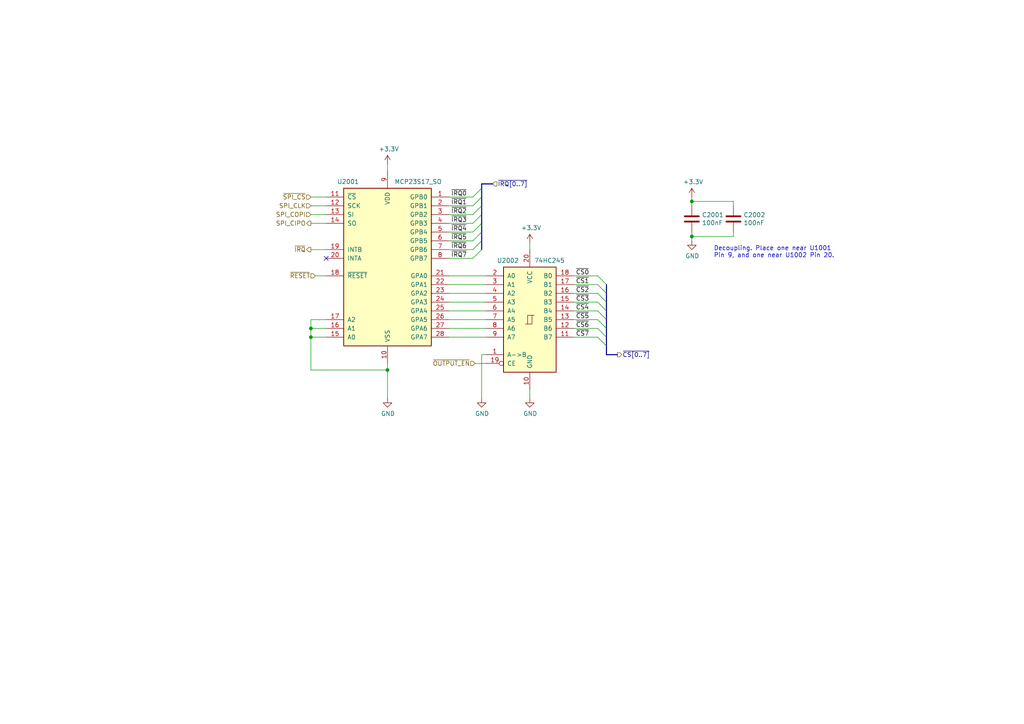
<source format=kicad_sch>
(kicad_sch (version 20211123) (generator eeschema)
  (paper "A4")
  (title_block (date "2021-06-10") (rev "[Uncontrolled]") (comment 2 "Copyright (c) The Neotron Developers, 2021"))
  (lib_symbols
    (symbol "74xx:74HC245" (pin_names (offset 1.016))
      (property "Reference" "U" (at -7.62 16.51 0))
      (property "Value" "74HC245" (at -7.62 -16.51 0))
      (symbol "74HC245_1_0"
        (polyline (pts (xy -0.635 -1.27) (xy -0.635 1.27) (xy 0.635 1.27)))
        (polyline (pts (xy -1.27 -1.27) (xy 0.635 -1.27) (xy 0.635 1.27) (xy 1.27 1.27)))
        (pin input line (at -12.7 -10.16 0) (length 5.08) (name "A->B") (number "1"))
        (pin power_in line (at 0 -20.32 90) (length 5.08) (name "GND") (number "10"))
        (pin tri_state line (at 12.7 -5.08 180) (length 5.08) (name "B7") (number "11"))
        (pin tri_state line (at 12.7 -2.54 180) (length 5.08) (name "B6") (number "12"))
        (pin tri_state line (at 12.7 0 180) (length 5.08) (name "B5") (number "13"))
        (pin tri_state line (at 12.7 2.54 180) (length 5.08) (name "B4") (number "14"))
        (pin tri_state line (at 12.7 5.08 180) (length 5.08) (name "B3") (number "15"))
        (pin tri_state line (at 12.7 7.62 180) (length 5.08) (name "B2") (number "16"))
        (pin tri_state line (at 12.7 10.16 180) (length 5.08) (name "B1") (number "17"))
        (pin tri_state line (at 12.7 12.7 180) (length 5.08) (name "B0") (number "18"))
        (pin input inverted (at -12.7 -12.7 0) (length 5.08) (name "CE") (number "19"))
        (pin tri_state line (at -12.7 12.7 0) (length 5.08) (name "A0") (number "2"))
        (pin power_in line (at 0 20.32 270) (length 5.08) (name "VCC") (number "20"))
        (pin tri_state line (at -12.7 10.16 0) (length 5.08) (name "A1") (number "3"))
        (pin tri_state line (at -12.7 7.62 0) (length 5.08) (name "A2") (number "4"))
        (pin tri_state line (at -12.7 5.08 0) (length 5.08) (name "A3") (number "5"))
        (pin tri_state line (at -12.7 2.54 0) (length 5.08) (name "A4") (number "6"))
        (pin tri_state line (at -12.7 0 0) (length 5.08) (name "A5") (number "7"))
        (pin tri_state line (at -12.7 -2.54 0) (length 5.08) (name "A6") (number "8"))
        (pin tri_state line (at -12.7 -5.08 0) (length 5.08) (name "A7") (number "9"))
      )
      (symbol "74HC245_1_1"
        (rectangle (start -7.62 15.24) (end 7.62 -15.24) (stroke (width 0.254)) (fill (type background)))
      )
    )
    (symbol "Device:C" (pin_numbers hide) (pin_names (offset 0.254))
      (property "Reference" "C" (at 0.635 2.54 0))
      (property "Value" "C" (at 0.635 -2.54 0))
      (symbol "C_0_1"
        (polyline (pts (xy -2.032 -0.762) (xy 2.032 -0.762)) (stroke (width 0.508)))
        (polyline (pts (xy -2.032 0.762) (xy 2.032 0.762)) (stroke (width 0.508)))
      )
      (symbol "C_1_1"
        (pin passive line (at 0 3.81 270) (length 2.794) (name "~") (number "1"))
        (pin passive line (at 0 -3.81 90) (length 2.794) (name "~") (number "2"))
      )
    )
    (symbol "Neotron-Common-Hardware:MCP23S17_SO" (pin_names (offset 1.016))
      (property "Reference" "U" (at -11.43 24.13 0))
      (property "Value" "MCP23S17_SO" (at 0 0 0))
      (symbol "MCP23S17_SO_0_1"
        (rectangle (start -12.7 22.86) (end 12.7 -22.86) (stroke (width 0.254)) (fill (type background)))
      )
      (symbol "MCP23S17_SO_1_1"
        (pin bidirectional line (at 17.78 20.32 180) (length 5.08) (name "GPB0") (number "1"))
        (pin power_in line (at 0 -27.94 90) (length 5.08) (name "VSS") (number "10"))
        (pin input line (at -17.78 20.32 0) (length 5.08) (name "~{CS}") (number "11"))
        (pin input line (at -17.78 17.78 0) (length 5.08) (name "SCK") (number "12"))
        (pin input line (at -17.78 15.24 0) (length 5.08) (name "SI") (number "13"))
        (pin tri_state line (at -17.78 12.7 0) (length 5.08) (name "SO") (number "14"))
        (pin input line (at -17.78 -20.32 0) (length 5.08) (name "A0") (number "15"))
        (pin input line (at -17.78 -17.78 0) (length 5.08) (name "A1") (number "16"))
        (pin input line (at -17.78 -15.24 0) (length 5.08) (name "A2") (number "17"))
        (pin input line (at -17.78 -2.54 0) (length 5.08) (name "~{RESET}") (number "18"))
        (pin tri_state line (at -17.78 5.08 0) (length 5.08) (name "INTB") (number "19"))
        (pin bidirectional line (at 17.78 17.78 180) (length 5.08) (name "GPB1") (number "2"))
        (pin tri_state line (at -17.78 2.54 0) (length 5.08) (name "INTA") (number "20"))
        (pin bidirectional line (at 17.78 -2.54 180) (length 5.08) (name "GPA0") (number "21"))
        (pin bidirectional line (at 17.78 -5.08 180) (length 5.08) (name "GPA1") (number "22"))
        (pin bidirectional line (at 17.78 -7.62 180) (length 5.08) (name "GPA2") (number "23"))
        (pin bidirectional line (at 17.78 -10.16 180) (length 5.08) (name "GPA3") (number "24"))
        (pin bidirectional line (at 17.78 -12.7 180) (length 5.08) (name "GPA4") (number "25"))
        (pin bidirectional line (at 17.78 -15.24 180) (length 5.08) (name "GPA5") (number "26"))
        (pin bidirectional line (at 17.78 -17.78 180) (length 5.08) (name "GPA6") (number "27"))
        (pin bidirectional line (at 17.78 -20.32 180) (length 5.08) (name "GPA7") (number "28"))
        (pin bidirectional line (at 17.78 15.24 180) (length 5.08) (name "GPB2") (number "3"))
        (pin bidirectional line (at 17.78 12.7 180) (length 5.08) (name "GPB3") (number "4"))
        (pin bidirectional line (at 17.78 10.16 180) (length 5.08) (name "GPB4") (number "5"))
        (pin bidirectional line (at 17.78 7.62 180) (length 5.08) (name "GPB5") (number "6"))
        (pin bidirectional line (at 17.78 5.08 180) (length 5.08) (name "GPB6") (number "7"))
        (pin bidirectional line (at 17.78 2.54 180) (length 5.08) (name "GPB7") (number "8"))
        (pin power_in line (at 0 27.94 270) (length 5.08) (name "VDD") (number "9"))
      )
    )
    (symbol "power:+3.3V" (power) (pin_names (offset 0))
      (property "Value" "+3.3V" (at 0 3.556 0))
      (symbol "+3.3V_0_1"
        (polyline (pts (xy -0.762 1.27) (xy 0 2.54)))
        (polyline (pts (xy 0 0) (xy 0 2.54)))
        (polyline (pts (xy 0 2.54) (xy 0.762 1.27)))
      )
      (symbol "+3.3V_1_1"
        (pin power_in line (at 0 0 90) (length 0) hide (name "+3.3V") (number "1"))
      )
    )
    (symbol "power:GND" (power) (pin_names (offset 0))
      (property "Value" "GND" (at 0 -3.81 0))
      (symbol "GND_0_1"
        (polyline (pts (xy 0 0) (xy 0 -1.27) (xy 1.27 -1.27) (xy 0 -2.54) (xy -1.27 -1.27) (xy 0 -1.27)))
      )
      (symbol "GND_1_1"
        (pin power_in line (at 0 0 270) (length 0) hide (name "GND") (number "1"))
      )
    )
  )
  (junction (at 200.66 68.58))
  (junction (at 90.17 97.79))
  (junction (at 90.17 95.25))
  (junction (at 112.395 107.315))
  (junction (at 200.66 58.42))
  (no_connect (at 94.615 74.93))
  (bus_entry (at 173.355 97.79) (size 2.54 2.54))
  (bus_entry (at 173.355 80.01) (size 2.54 2.54))
  (bus_entry (at 173.355 90.17) (size 2.54 2.54))
  (bus_entry (at 139.7 54.61) (size -2.54 2.54))
  (bus_entry (at 139.7 67.31) (size -2.54 2.54))
  (bus_entry (at 173.355 85.09) (size 2.54 2.54))
  (bus_entry (at 173.355 95.25) (size 2.54 2.54))
  (bus_entry (at 173.355 82.55) (size 2.54 2.54))
  (bus_entry (at 139.7 72.39) (size -2.54 2.54))
  (bus_entry (at 139.7 62.23) (size -2.54 2.54))
  (bus_entry (at 173.355 87.63) (size 2.54 2.54))
  (bus_entry (at 139.7 64.77) (size -2.54 2.54))
  (bus_entry (at 139.7 69.85) (size -2.54 2.54))
  (bus_entry (at 139.7 57.15) (size -2.54 2.54))
  (bus_entry (at 173.355 92.71) (size 2.54 2.54))
  (bus_entry (at 139.7 59.69) (size -2.54 2.54))
  (wire (pts (xy 166.37 85.09) (xy 173.355 85.09)))
  (wire (pts (xy 130.175 87.63) (xy 140.97 87.63)))
  (bus (pts (xy 175.895 92.71) (xy 175.895 95.25)))
  (bus (pts (xy 139.7 59.69) (xy 139.7 62.23)))
  (wire (pts (xy 130.175 95.25) (xy 140.97 95.25)))
  (wire (pts (xy 94.615 95.25) (xy 90.17 95.25)))
  (wire (pts (xy 90.17 57.15) (xy 94.615 57.15)))
  (wire (pts (xy 200.66 67.31) (xy 200.66 68.58)))
  (wire (pts (xy 112.395 107.315) (xy 112.395 115.57)))
  (wire (pts (xy 112.395 47.625) (xy 112.395 49.53)))
  (wire (pts (xy 130.175 59.69) (xy 137.16 59.69)))
  (wire (pts (xy 166.37 80.01) (xy 173.355 80.01)))
  (bus (pts (xy 175.895 95.25) (xy 175.895 97.79)))
  (wire (pts (xy 90.17 62.23) (xy 94.615 62.23)))
  (wire (pts (xy 130.175 92.71) (xy 140.97 92.71)))
  (bus (pts (xy 175.895 97.79) (xy 175.895 100.33)))
  (wire (pts (xy 166.37 82.55) (xy 173.355 82.55)))
  (bus (pts (xy 139.7 54.61) (xy 139.7 57.15)))
  (bus (pts (xy 175.895 102.87) (xy 179.07 102.87)))
  (wire (pts (xy 90.17 92.71) (xy 90.17 95.25)))
  (bus (pts (xy 175.895 100.33) (xy 175.895 102.87)))
  (bus (pts (xy 139.7 53.34) (xy 139.7 54.61)))
  (wire (pts (xy 200.66 68.58) (xy 200.66 69.85)))
  (wire (pts (xy 90.17 95.25) (xy 90.17 97.79)))
  (wire (pts (xy 130.175 67.31) (xy 137.16 67.31)))
  (wire (pts (xy 153.67 115.57) (xy 153.67 113.03)))
  (wire (pts (xy 212.725 58.42) (xy 212.725 59.69)))
  (wire (pts (xy 90.17 107.315) (xy 112.395 107.315)))
  (wire (pts (xy 94.615 72.39) (xy 90.17 72.39)))
  (bus (pts (xy 139.7 67.31) (xy 139.7 69.85)))
  (wire (pts (xy 130.175 74.93) (xy 137.16 74.93)))
  (wire (pts (xy 94.615 92.71) (xy 90.17 92.71)))
  (bus (pts (xy 139.7 62.23) (xy 139.7 64.77)))
  (wire (pts (xy 212.725 67.31) (xy 212.725 68.58)))
  (wire (pts (xy 130.175 69.85) (xy 137.16 69.85)))
  (wire (pts (xy 137.795 105.41) (xy 140.97 105.41)))
  (wire (pts (xy 90.17 97.79) (xy 90.17 107.315)))
  (wire (pts (xy 200.66 58.42) (xy 200.66 59.69)))
  (wire (pts (xy 130.175 90.17) (xy 140.97 90.17)))
  (wire (pts (xy 212.725 68.58) (xy 200.66 68.58)))
  (wire (pts (xy 140.97 102.87) (xy 139.7 102.87)))
  (wire (pts (xy 166.37 97.79) (xy 173.355 97.79)))
  (wire (pts (xy 166.37 90.17) (xy 173.355 90.17)))
  (wire (pts (xy 94.615 59.69) (xy 90.17 59.69)))
  (wire (pts (xy 130.175 62.23) (xy 137.16 62.23)))
  (bus (pts (xy 139.7 57.15) (xy 139.7 59.69)))
  (wire (pts (xy 94.615 97.79) (xy 90.17 97.79)))
  (wire (pts (xy 200.66 57.15) (xy 200.66 58.42)))
  (bus (pts (xy 175.895 82.55) (xy 175.895 85.09)))
  (wire (pts (xy 130.175 72.39) (xy 137.16 72.39)))
  (wire (pts (xy 130.175 97.79) (xy 140.97 97.79)))
  (bus (pts (xy 175.895 85.09) (xy 175.895 87.63)))
  (wire (pts (xy 130.175 80.01) (xy 140.97 80.01)))
  (wire (pts (xy 130.175 82.55) (xy 140.97 82.55)))
  (wire (pts (xy 166.37 87.63) (xy 173.355 87.63)))
  (wire (pts (xy 166.37 92.71) (xy 173.355 92.71)))
  (wire (pts (xy 130.175 57.15) (xy 137.16 57.15)))
  (wire (pts (xy 94.615 64.77) (xy 90.17 64.77)))
  (bus (pts (xy 175.895 90.17) (xy 175.895 92.71)))
  (wire (pts (xy 130.175 85.09) (xy 140.97 85.09)))
  (wire (pts (xy 166.37 95.25) (xy 173.355 95.25)))
  (wire (pts (xy 153.67 70.485) (xy 153.67 72.39)))
  (bus (pts (xy 139.7 53.34) (xy 142.875 53.34)))
  (bus (pts (xy 139.7 69.85) (xy 139.7 72.39)))
  (bus (pts (xy 175.895 87.63) (xy 175.895 90.17)))
  (wire (pts (xy 130.175 64.77) (xy 137.16 64.77)))
  (wire (pts (xy 91.44 80.01) (xy 94.615 80.01)))
  (wire (pts (xy 200.66 58.42) (xy 212.725 58.42)))
  (wire (pts (xy 112.395 105.41) (xy 112.395 107.315)))
  (bus (pts (xy 139.7 64.77) (xy 139.7 67.31)))
  (wire (pts (xy 139.7 102.87) (xy 139.7 115.57)))
  (text "Decoupling. Place one near U1001\nPin 9, and one near U1002 Pin 20." (at 207.01 74.93 0) (effects (font (size 1.27 1.27)) (justify left bottom)))
  (label "~{IRQ7}" (at 130.81 74.93 0))
  (label "~{IRQ4}" (at 130.81 67.31 0))
  (label "~{IRQ6}" (at 130.81 72.39 0))
  (label "~{CS0}" (at 167.005 80.01 0))
  (label "~{IRQ1}" (at 130.81 59.69 0))
  (label "~{IRQ2}" (at 130.81 62.23 0))
  (label "~{CS7}" (at 167.005 97.79 0))
  (label "~{CS5}" (at 167.005 92.71 0))
  (label "~{IRQ5}" (at 130.81 69.85 0))
  (label "~{CS3}" (at 167.005 87.63 0))
  (label "~{CS4}" (at 167.005 90.17 0))
  (label "~{IRQ3}" (at 130.81 64.77 0))
  (label "~{IRQ0}" (at 130.81 57.15 0))
  (label "~{CS2}" (at 167.005 85.09 0))
  (label "~{CS1}" (at 167.005 82.55 0))
  (label "~{CS6}" (at 167.005 95.25 0))
  (hierarchical_label "SPI_CLK" (shape input) (at 90.17 59.69 180))
  (hierarchical_label "~{SPI_CS}" (shape input) (at 90.17 57.15 180))
  (hierarchical_label "~{IRQ}" (shape output) (at 90.17 72.39 180))
  (hierarchical_label "~{CS[0..7]}" (shape output) (at 179.07 102.87 0))
  (hierarchical_label "SPI_COPI" (shape input) (at 90.17 62.23 180))
  (hierarchical_label "~{OUTPUT_EN}" (shape input) (at 137.795 105.41 180))
  (hierarchical_label "SPI_CIPO" (shape output) (at 90.17 64.77 180))
  (hierarchical_label "~{IRQ[0..7]}" (shape input) (at 142.875 53.34 0))
  (hierarchical_label "~{RESET}" (shape input) (at 91.44 80.01 180))
  (symbol (lib_id "Neotron-Common-Hardware:MCP23S17_SO") (at 112.395 77.47 0) (unit 1)
    (property "Reference" "U2001" (at 100.965 52.705 0))
    (property "Value" "MCP23S17_SO" (at 121.285 52.705 0))
    (property "Footprint" "Package_SO:SOIC-28W_7.5x17.9mm_P1.27mm" (effects hide))
    (property "Datasheet" "http://ww1.microchip.com/downloads/en/DeviceDoc/20001952C.pdf" (effects hide))
    (property "DNP" "0" (effects hide))
    (property "Digikey" "MCP23S17T-E/SOCT-ND" (effects hide))
    (property "MPN" "MCP23S17T-E/SO" (effects hide))
    (property "Manufacturer" "Microchip" (effects hide))
    (property "LCSC Part#" "C145413" (effects hide))
  )
  (symbol (lib_id "74xx:74HC245") (at 153.67 92.71 0) (unit 1)
    (property "Reference" "U2002" (at 147.32 75.565 0))
    (property "Value" "74HC245" (at 159.385 75.565 0))
    (property "Footprint" "Package_SO:SO-20_12.8x7.5mm_P1.27mm" (effects hide))
    (property "Datasheet" "http://www.ti.com/lit/gpn/sn74HC245" (effects hide))
    (property "DNP" "0" (effects hide))
    (property "Digikey" "296-8278-1-ND" (effects hide))
    (property "MPN" "SN74HC245NSR" (effects hide))
    (property "Manufacturer" "Texas Instruments" (effects hide))
    (property "LCSC Part#" "C5625" (effects hide))
    (property "Mouser" "595-SN74HC245NSR" (effects hide))
  )
  (symbol (lib_id "power:GND") (at 153.67 115.57 0) (unit 1)
    (property "Reference" "#PWR02005" (effects hide))
    (property "Value" "GND" (at 153.797 119.9642 0))
  )
  (symbol (lib_id "power:GND") (at 139.7 115.57 0) (unit 1)
    (property "Reference" "#PWR02003" (effects hide))
    (property "Value" "GND" (at 139.827 119.9642 0))
  )
  (symbol (lib_id "power:+3.3V") (at 112.395 47.625 0) (unit 1)
    (property "Reference" "#PWR02001" (effects hide))
    (property "Value" "+3.3V" (at 112.776 43.2308 0))
  )
  (symbol (lib_id "power:+3.3V") (at 153.67 70.485 0) (unit 1)
    (property "Reference" "#PWR02004" (effects hide))
    (property "Value" "+3.3V" (at 154.051 66.0908 0))
  )
  (symbol (lib_id "power:GND") (at 112.395 115.57 0) (unit 1)
    (property "Reference" "#PWR02002" (effects hide))
    (property "Value" "GND" (at 112.522 119.9642 0))
  )
  (symbol (lib_id "power:+3.3V") (at 200.66 57.15 0) (unit 1)
    (property "Reference" "#PWR02006" (effects hide))
    (property "Value" "+3.3V" (at 201.041 52.7558 0))
  )
  (symbol (lib_id "power:GND") (at 200.66 69.85 0) (unit 1)
    (property "Reference" "#PWR02007" (effects hide))
    (property "Value" "GND" (at 200.787 74.2442 0))
  )
  (symbol (lib_id "Device:C") (at 200.66 63.5 0) (unit 1)
    (property "Reference" "C2001" (at 203.581 62.3316 0) (effects (justify left)))
    (property "Value" "100nF" (at 203.581 64.643 0) (effects (justify left)))
    (property "Footprint" "Capacitor_SMD:C_0805_2012Metric_Pad1.18x1.45mm_HandSolder" (effects hide))
    (property "DNP" "0" (effects hide))
    (property "MPN" "CPL-CAP-X7R-0805-100NF-50V" (effects hide))
    (property "Manufacturer" "CPL" (effects hide))
    (property "LCSC Part#" "C49678" (effects hide))
    (property "Tolerance" "X5R" (effects hide))
    (property "Voltage" "10V" (effects hide))
  )
  (symbol (lib_id "Device:C") (at 212.725 63.5 0) (unit 1)
    (property "Reference" "C2002" (at 215.646 62.3316 0) (effects (justify left)))
    (property "Value" "100nF" (at 215.646 64.643 0) (effects (justify left)))
    (property "Footprint" "Capacitor_SMD:C_0805_2012Metric_Pad1.18x1.45mm_HandSolder" (effects hide))
    (property "DNP" "0" (effects hide))
    (property "MPN" "CPL-CAP-X7R-0805-100NF-50V" (effects hide))
    (property "Manufacturer" "CPL" (effects hide))
    (property "LCSC Part#" "C49678" (effects hide))
    (property "Tolerance" "X5R" (effects hide))
    (property "Voltage" "10V" (effects hide))
  )
)
</source>
